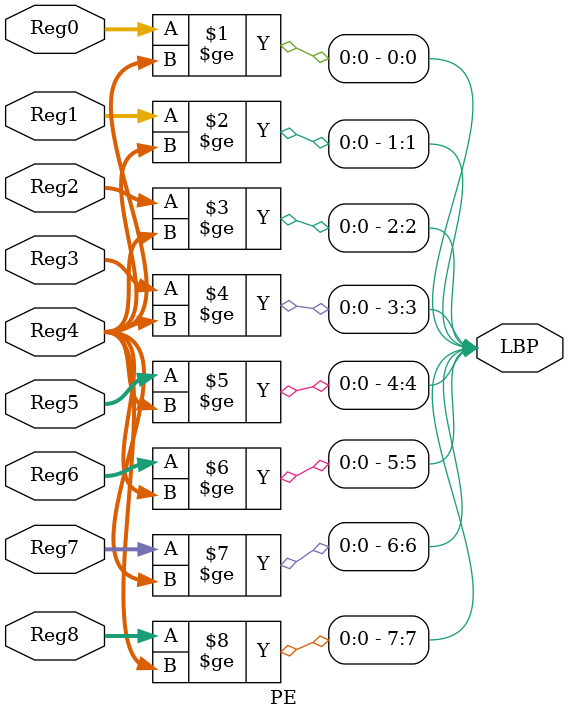
<source format=v>
module PE(
	input			[7:0]	Reg0,
	input			[7:0]	Reg1,
	input			[7:0]	Reg2,
	input			[7:0]	Reg3,
	input			[7:0]	Reg4,
	input			[7:0]	Reg5,
	input			[7:0]	Reg6,
	input			[7:0]	Reg7,
	input			[7:0]	Reg8,
	output	wire	[7:0]	LBP);
//====================================================================
	assign LBP[0]=(Reg0>=Reg4);
	assign LBP[1]=(Reg1>=Reg4);
	assign LBP[2]=(Reg2>=Reg4); 
	assign LBP[3]=(Reg3>=Reg4);
	assign LBP[4]=(Reg5>=Reg4);
	assign LBP[5]=(Reg6>=Reg4);
	assign LBP[6]=(Reg7>=Reg4);
	assign LBP[7]=(Reg8>=Reg4);

endmodule
</source>
